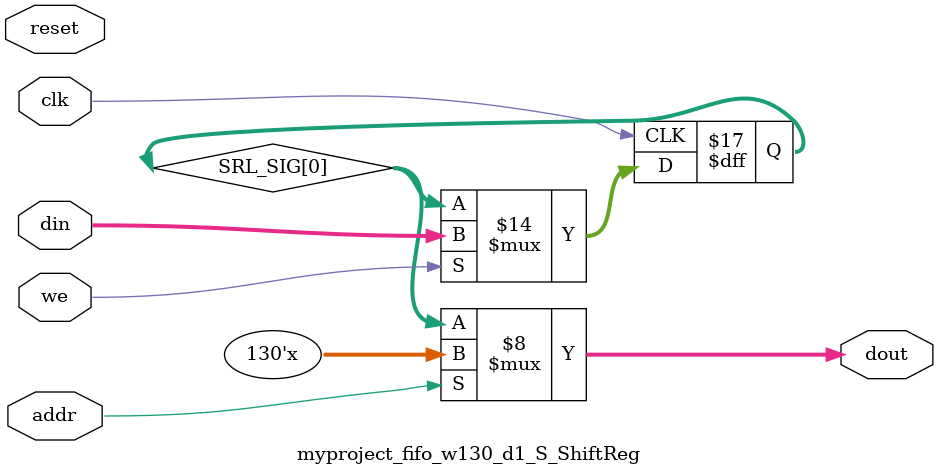
<source format=v>

`timescale 1 ns / 1 ps


module myproject_fifo_w130_d1_S
#(parameter
    MEM_STYLE   = "shiftReg",
    DATA_WIDTH  = 130,
    ADDR_WIDTH  = 1,
    DEPTH       = 1)
(
    // system signal
    input  wire                  clk,
    input  wire                  reset,

    // write
    output wire                  if_full_n,
    input  wire                  if_write_ce,
    input  wire                  if_write,
    input  wire [DATA_WIDTH-1:0] if_din,
    
    // read 
    output wire [ADDR_WIDTH:0]   if_num_data_valid, // for FRP
    output wire [ADDR_WIDTH:0]   if_fifo_cap,       // for FRP
    output wire                  if_empty_n,
    input  wire                  if_read_ce,
    input  wire                  if_read,
    output wire [DATA_WIDTH-1:0] if_dout
);
//------------------------Parameter----------------------

//------------------------Local signal-------------------
    wire [ADDR_WIDTH-1:0]     addr;
    wire                      push;
    wire                      pop;
    reg signed [ADDR_WIDTH:0] mOutPtr;
    reg                       empty_n = 1'b0;
    reg                       full_n  = 1'b1;
    // with almost full?  no 
    // has output register?  no 
//------------------------Instantiation------------------
    myproject_fifo_w130_d1_S_ShiftReg 
    #(  .DATA_WIDTH (DATA_WIDTH),
        .ADDR_WIDTH (ADDR_WIDTH),
        .DEPTH      (DEPTH))
    U_myproject_fifo_w130_d1_S_ShiftReg (
        .clk        (clk),
        .reset      (reset),
        .we         (push),
        .addr       (addr),
        .din        (if_din),
        .dout       (if_dout)
    );
//------------------------Task and function--------------

//------------------------Body---------------------------
    // has num_data_valid ? 
    assign if_num_data_valid = mOutPtr + 1'b1; // yes
    assign if_fifo_cap = DEPTH; // yes  

    // has almost full ? 
    assign if_full_n  = full_n; //no 
    assign push       = full_n & if_write_ce & if_write;

    // has output register? 
    assign if_empty_n = empty_n;  // no
    assign pop        = empty_n & if_read_ce & if_read; // no 

    assign addr       = mOutPtr[ADDR_WIDTH] == 1'b0 ? mOutPtr[ADDR_WIDTH-1:0] : {ADDR_WIDTH{1'b0}};

    // mOutPtr
    always @(posedge clk) begin
        if (reset == 1'b1)
            mOutPtr <= {ADDR_WIDTH+1{1'b1}};
        else if (push & ~pop)
            mOutPtr <= mOutPtr + 1'b1;
        else if (~push & pop)
            mOutPtr <= mOutPtr - 1'b1;
    end

    // full_n
    always @(posedge clk) begin
        if (reset == 1'b1)
            full_n <= 1'b1;
        else if (push & ~pop) begin
            if (mOutPtr == DEPTH - 2)
                full_n <= 1'b0;
        end
        else if (~push & pop)
            full_n <= 1'b1;
    end

    // almost_full_n 

    // empty_n
    always @(posedge clk) begin
        if (reset == 1'b1)
            empty_n <= 1'b0;
        else if (push & ~pop)
            empty_n <= 1'b1;
        else if (~push & pop) begin
            if (mOutPtr == 0)
                empty_n <= 1'b0;
        end
    end
 
    // num_data_valid 

    // dout_vld 

endmodule  


module myproject_fifo_w130_d1_S_ShiftReg
#(parameter
    DATA_WIDTH  = 130,
    ADDR_WIDTH  = 1,
    DEPTH       = 1)
(
    input  wire                  clk,
    input  wire                  reset,
    input  wire                  we,
    input  wire [ADDR_WIDTH-1:0] addr,
    input  wire [DATA_WIDTH-1:0] din,
    //output register? 
    output wire [DATA_WIDTH-1:0] dout // no 
);

    reg [DATA_WIDTH-1:0] SRL_SIG [0:DEPTH-1];
    integer i;

    always @ (posedge clk) begin
        if (we) begin
            for (i=0; i<DEPTH-1; i=i+1)
                SRL_SIG[i+1] <= SRL_SIG[i];
            SRL_SIG[0] <= din;
        end
    end

    //read from SRL, output register? 
    assign dout = SRL_SIG[addr];// no 

endmodule

</source>
